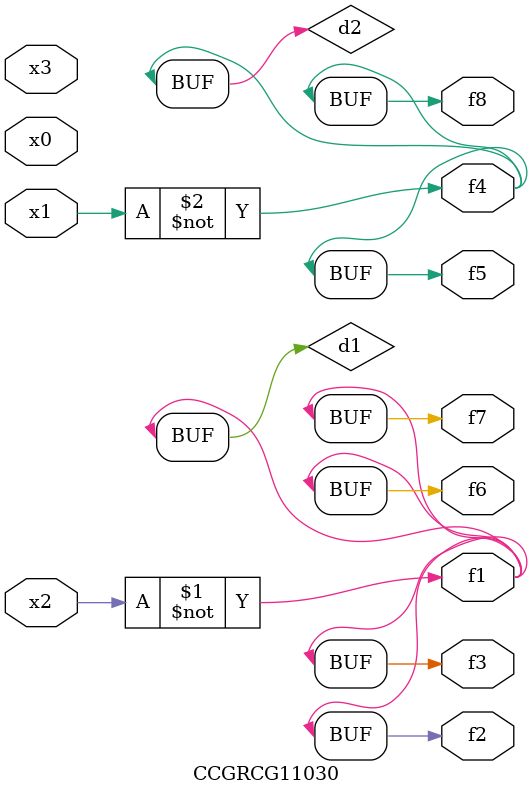
<source format=v>
module CCGRCG11030(
	input x0, x1, x2, x3,
	output f1, f2, f3, f4, f5, f6, f7, f8
);

	wire d1, d2;

	xnor (d1, x2);
	not (d2, x1);
	assign f1 = d1;
	assign f2 = d1;
	assign f3 = d1;
	assign f4 = d2;
	assign f5 = d2;
	assign f6 = d1;
	assign f7 = d1;
	assign f8 = d2;
endmodule

</source>
